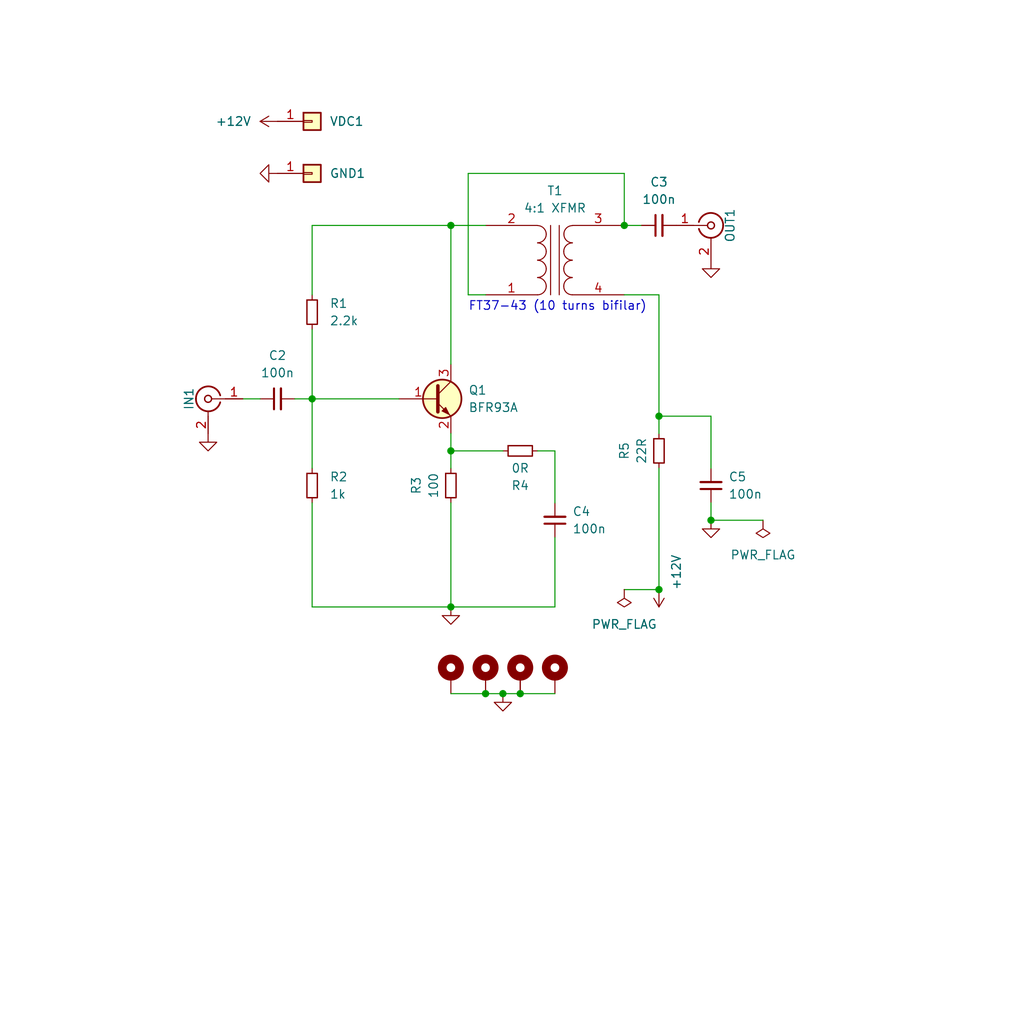
<source format=kicad_sch>
(kicad_sch (version 20230121) (generator eeschema)
  (paper "User" 150.012 150.012)
  (title_block (title "HF Pre-Amp v2") (date "2023-08-29") (company "Dhiru Kholia (VU3CER)"))
  (lib_symbols
    (symbol "Connector:Conn_Coaxial" (pin_names (offset 1.016) hide)
      (property "Reference" "J" (at 0.254 3.048 0))
      (property "Value" "Conn_Coaxial" (at 2.921 0 90))
      (symbol "Conn_Coaxial_0_1"
        (arc (start -1.778 -0.508) (mid 0.2311 -1.8066) (end 1.778 0) (stroke (width 0.254)))
        (polyline (pts (xy -2.54 0) (xy -0.508 0)))
        (polyline (pts (xy 0 -2.54) (xy 0 -1.778)))
        (circle (center 0 0) (radius 0.508) (stroke (width 0.2032)))
        (arc (start 1.778 0) (mid 0.2099 1.8101) (end -1.778 0.508) (stroke (width 0.254)))
      )
      (symbol "Conn_Coaxial_1_1"
        (pin passive line (at -5.08 0 0) (length 2.54) (name "In") (number "1"))
        (pin passive line (at 0 -5.08 90) (length 2.54) (name "Ext") (number "2"))
      )
    )
    (symbol "Connector_Generic:Conn_01x01" (pin_names (offset 1.016) hide)
      (property "Reference" "J" (at 0 2.54 0))
      (property "Value" "Conn_01x01" (at 0 -2.54 0))
      (symbol "Conn_01x01_1_1"
        (rectangle (start -1.27 0.127) (end 0 -0.127) (stroke (width 0.1524)))
        (rectangle (start -1.27 1.27) (end 1.27 -1.27) (stroke (width 0.254)) (fill (type background)))
        (pin passive line (at -5.08 0 0) (length 3.81) (name "Pin_1") (number "1"))
      )
    )
    (symbol "Device:C_Small" (pin_numbers hide) (pin_names (offset 0.254) hide)
      (property "Reference" "C" (at 0.254 1.778 0))
      (property "Value" "C_Small" (at 0.254 -2.032 0))
      (symbol "C_Small_0_1"
        (polyline (pts (xy -1.524 -0.508) (xy 1.524 -0.508)) (stroke (width 0.3302)))
        (polyline (pts (xy -1.524 0.508) (xy 1.524 0.508)) (stroke (width 0.3048)))
      )
      (symbol "C_Small_1_1"
        (pin passive line (at 0 2.54 270) (length 2.032) (name "~") (number "1"))
        (pin passive line (at 0 -2.54 90) (length 2.032) (name "~") (number "2"))
      )
    )
    (symbol "Device:R_Small" (pin_numbers hide) (pin_names (offset 0.254) hide)
      (property "Reference" "R" (at 0.762 0.508 0))
      (property "Value" "R_Small" (at 0.762 -1.016 0))
      (symbol "R_Small_0_1"
        (rectangle (start -0.762 1.778) (end 0.762 -1.778) (stroke (width 0.2032)))
      )
      (symbol "R_Small_1_1"
        (pin passive line (at 0 2.54 270) (length 0.762) (name "~") (number "1"))
        (pin passive line (at 0 -2.54 90) (length 0.762) (name "~") (number "2"))
      )
    )
    (symbol "Device:Transformer_1P_1S" (pin_names (offset 1.016) hide)
      (property "Reference" "T" (at 0 6.35 0))
      (property "Value" "Transformer_1P_1S" (at 0 -7.62 0))
      (symbol "Transformer_1P_1S_0_1"
        (arc (start -2.54 -5.0546) (mid -1.6599 -4.6901) (end -1.27 -3.81))
        (arc (start -2.54 -2.5146) (mid -1.6599 -2.1501) (end -1.27 -1.27))
        (arc (start -2.54 0.0254) (mid -1.6599 0.3899) (end -1.27 1.27))
        (arc (start -2.54 2.5654) (mid -1.6599 2.9299) (end -1.27 3.81))
        (arc (start -1.27 -3.81) (mid -1.642 -2.912) (end -2.54 -2.54))
        (arc (start -1.27 -1.27) (mid -1.642 -0.372) (end -2.54 0))
        (arc (start -1.27 1.27) (mid -1.642 2.168) (end -2.54 2.54))
        (arc (start -1.27 3.81) (mid -1.642 4.708) (end -2.54 5.08))
        (polyline (pts (xy -0.635 5.08) (xy -0.635 -5.08)))
        (polyline (pts (xy 0.635 -5.08) (xy 0.635 5.08)))
        (arc (start 1.2954 -1.27) (mid 1.6599 -2.1501) (end 2.54 -2.5146))
        (arc (start 1.2954 1.27) (mid 1.6599 0.3899) (end 2.54 0.0254))
        (arc (start 1.2954 3.81) (mid 1.6599 2.9299) (end 2.54 2.5654))
        (arc (start 1.3208 -3.81) (mid 1.6853 -4.6901) (end 2.5654 -5.0546))
        (arc (start 2.54 0) (mid 1.642 -0.372) (end 1.2954 -1.27))
        (arc (start 2.54 2.54) (mid 1.642 2.168) (end 1.2954 1.27))
        (arc (start 2.54 5.08) (mid 1.642 4.708) (end 1.2954 3.81))
        (arc (start 2.5654 -2.54) (mid 1.6674 -2.912) (end 1.3208 -3.81))
      )
      (symbol "Transformer_1P_1S_1_1"
        (pin passive line (at -10.16 5.08 0) (length 7.62) (name "AA") (number "1"))
        (pin passive line (at -10.16 -5.08 0) (length 7.62) (name "AB") (number "2"))
        (pin passive line (at 10.16 -5.08 180) (length 7.62) (name "SA") (number "3"))
        (pin passive line (at 10.16 5.08 180) (length 7.62) (name "SB") (number "4"))
      )
    )
    (symbol "Mechanical:MountingHole_Pad" (pin_numbers hide) (pin_names (offset 1.016) hide)
      (property "Reference" "H" (at 0 6.35 0))
      (property "Value" "MountingHole_Pad" (at 0 4.445 0))
      (symbol "MountingHole_Pad_0_1"
        (circle (center 0 1.27) (radius 1.27) (stroke (width 1.27)))
      )
      (symbol "MountingHole_Pad_1_1"
        (pin input line (at 0 -2.54 90) (length 2.54) (name "1") (number "1"))
      )
    )
    (symbol "PCM_4ms_Power-symbol:PWR_FLAG" (power) (pin_numbers hide) (pin_names (offset 0) hide)
      (property "Value" "PWR_FLAG" (at 0 3.81 0))
      (symbol "PWR_FLAG_0_0"
        (pin power_out line (at 0 0 90) (length 0) (name "pwr") (number "1"))
      )
      (symbol "PWR_FLAG_0_1"
        (polyline (pts (xy 0 0) (xy 0 1.27) (xy -1.016 1.905) (xy 0 2.54) (xy 1.016 1.905) (xy 0 1.27)))
      )
    )
    (symbol "PCM_Transistor_BJT_AKL:BFR93P" (pin_names hide)
      (property "Reference" "Q" (at 5.08 1.27 0))
      (property "Value" "BFR93P" (at 5.08 -1.27 0))
      (symbol "BFR93P_0_1"
        (polyline (pts (xy 0.635 0.635) (xy 2.54 2.54)))
        (polyline (pts (xy 0.635 -0.635) (xy 2.54 -2.54) (xy 2.54 -2.54)))
        (polyline (pts (xy 0.635 1.905) (xy 0.635 -1.905) (xy 0.635 -1.905)) (stroke (width 0.508)))
        (polyline (pts (xy 1.27 -1.778) (xy 1.778 -1.27) (xy 2.286 -2.286) (xy 1.27 -1.778) (xy 1.27 -1.778)) (fill (type outline)))
        (circle (center 1.27 0) (radius 2.8194) (stroke (width 0.254)) (fill (type background)))
      )
      (symbol "BFR93P_1_1"
        (pin input line (at -5.08 0 0) (length 5.715) (name "B") (number "1"))
        (pin passive line (at 2.54 -5.08 90) (length 2.54) (name "E") (number "2"))
        (pin passive line (at 2.54 5.08 270) (length 2.54) (name "C") (number "3"))
      )
    )
    (symbol "power:+12V" (power) (pin_names (offset 0))
      (property "Value" "+12V" (at 0 3.556 0))
      (symbol "+12V_0_1"
        (polyline (pts (xy -0.762 1.27) (xy 0 2.54)))
        (polyline (pts (xy 0 0) (xy 0 2.54)))
        (polyline (pts (xy 0 2.54) (xy 0.762 1.27)))
      )
      (symbol "+12V_1_1"
        (pin power_in line (at 0 0 90) (length 0) hide (name "+12V") (number "1"))
      )
    )
    (symbol "power:GND" (power) (pin_names (offset 0))
      (property "Value" "GND" (at 0 -3.81 0))
      (symbol "GND_0_1"
        (polyline (pts (xy 0 0) (xy 0 -1.27) (xy 1.27 -1.27) (xy 0 -2.54) (xy -1.27 -1.27) (xy 0 -1.27)))
      )
      (symbol "GND_1_1"
        (pin power_in line (at 0 0 270) (length 0) hide (name "GND") (number "1"))
      )
    )
  )
  (junction (at 66.04 66.04))
  (junction (at 66.04 33.02))
  (junction (at 104.14 76.2))
  (junction (at 91.44 33.02))
  (junction (at 96.52 60.96))
  (junction (at 76.2 101.6))
  (junction (at 66.04 88.9))
  (junction (at 96.52 86.36))
  (junction (at 73.66 101.6))
  (junction (at 71.12 101.6))
  (junction (at 45.72 58.42))
  (wire (pts (xy 66.04 66.04) (xy 73.66 66.04)))
  (wire (pts (xy 45.72 48.26) (xy 45.72 58.42)))
  (wire (pts (xy 104.14 73.66) (xy 104.14 76.2)))
  (wire (pts (xy 91.44 25.4) (xy 91.44 33.02)))
  (wire (pts (xy 91.44 86.36) (xy 96.52 86.36)))
  (wire (pts (xy 104.14 60.96) (xy 104.14 68.58)))
  (wire (pts (xy 96.52 60.96) (xy 104.14 60.96)))
  (wire (pts (xy 96.52 43.18) (xy 96.52 60.96)))
  (wire (pts (xy 71.12 101.6) (xy 73.66 101.6)))
  (wire (pts (xy 45.72 88.9) (xy 66.04 88.9)))
  (wire (pts (xy 81.28 88.9) (xy 81.28 78.74)))
  (wire (pts (xy 96.52 68.58) (xy 96.52 86.36)))
  (wire (pts (xy 78.74 66.04) (xy 81.28 66.04)))
  (wire (pts (xy 71.12 43.18) (xy 68.58 43.18)))
  (wire (pts (xy 96.52 60.96) (xy 96.52 63.5)))
  (wire (pts (xy 45.72 33.02) (xy 45.72 43.18)))
  (wire (pts (xy 68.58 25.4) (xy 91.44 25.4)))
  (wire (pts (xy 35.56 58.42) (xy 38.1 58.42)))
  (wire (pts (xy 66.04 88.9) (xy 81.28 88.9)))
  (wire (pts (xy 66.04 73.66) (xy 66.04 88.9)))
  (wire (pts (xy 45.72 68.58) (xy 45.72 58.42)))
  (wire (pts (xy 66.04 101.6) (xy 71.12 101.6)))
  (wire (pts (xy 81.28 66.04) (xy 81.28 73.66)))
  (wire (pts (xy 66.04 63.5) (xy 66.04 66.04)))
  (wire (pts (xy 66.04 66.04) (xy 66.04 68.58)))
  (wire (pts (xy 68.58 25.4) (xy 68.58 43.18)))
  (wire (pts (xy 45.72 88.9) (xy 45.72 73.66)))
  (wire (pts (xy 104.14 76.2) (xy 111.76 76.2)))
  (wire (pts (xy 45.72 33.02) (xy 66.04 33.02)))
  (wire (pts (xy 91.44 43.18) (xy 96.52 43.18)))
  (wire (pts (xy 45.72 58.42) (xy 58.42 58.42)))
  (wire (pts (xy 66.04 33.02) (xy 71.12 33.02)))
  (wire (pts (xy 43.18 58.42) (xy 45.72 58.42)))
  (wire (pts (xy 76.2 101.6) (xy 81.28 101.6)))
  (wire (pts (xy 66.04 33.02) (xy 66.04 53.34)))
  (wire (pts (xy 73.66 101.6) (xy 76.2 101.6)))
  (wire (pts (xy 91.44 33.02) (xy 93.98 33.02)))
  (text "FT37-43 (10 turns bifilar)" (at 68.58 45.72 0) (effects (font (size 1.27 1.27)) (justify left bottom)))
  (symbol (lib_id "power:GND") (at 40.64 25.4 270) (unit 1)
    (property "Reference" "#PWR07" (effects hide))
    (property "Value" "GND" (effects hide))
  )
  (symbol (lib_id "Device:R_Small") (at 76.2 66.04 270) (unit 1)
    (property "Reference" "R4" (at 76.2 71.12 90))
    (property "Value" "0R" (at 76.2 68.58 90))
    (property "Footprint" "Resistor_SMD:R_1206_3216Metric_Pad1.30x1.75mm_HandSolder" (effects hide))
  )
  (symbol (lib_id "Mechanical:MountingHole_Pad") (at 71.12 99.06 0) (unit 1)
    (property "Reference" "H2" (effects hide))
    (property "Value" "MountingHole_Pad" (effects hide))
    (property "Footprint" "MountingHole:MountingHole_2.2mm_M2_Pad_Via" (effects hide))
  )
  (symbol (lib_id "Device:C_Small") (at 96.52 33.02 90) (unit 1)
    (property "Reference" "C3" (at 96.5263 26.67 90))
    (property "Value" "100n" (at 96.5263 29.21 90))
    (property "Footprint" "Capacitor_SMD:C_1206_3216Metric_Pad1.33x1.80mm_HandSolder" (effects hide))
  )
  (symbol (lib_id "Connector:Conn_Coaxial") (at 30.48 58.42 0) (mirror y) (unit 1)
    (property "Reference" "IN1" (at 27.686 58.42 90))
    (property "Value" "SMA" (effects hide))
    (property "Footprint" "footprints:SMA_EDGELAUNCH_Modded" (effects hide))
    (property "Datasheet" " ~" (effects hide))
  )
  (symbol (lib_id "PCM_Transistor_BJT_AKL:BFR93P") (at 63.5 58.42 0) (unit 1)
    (property "Reference" "Q1" (at 68.58 57.15 0) (effects (justify left)))
    (property "Value" "BFR93A" (at 68.58 59.69 0) (effects (justify left)))
    (property "Footprint" "PCM_Package_TO_SOT_SMD_AKL:SOT-23_Handsoldering" (effects hide))
    (property "Datasheet" "https://www.tme.eu/Document/f295ae6a1988fc4b0ee7dba48b94a4bd/BFR93AE6327-dte.pdf" (effects hide))
  )
  (symbol (lib_id "Mechanical:MountingHole_Pad") (at 81.28 99.06 0) (unit 1)
    (property "Reference" "H4" (effects hide))
    (property "Value" "MountingHole_Pad" (effects hide))
    (property "Footprint" "MountingHole:MountingHole_2.2mm_M2_Pad_Via" (effects hide))
  )
  (symbol (lib_id "power:GND") (at 104.14 76.2 0) (unit 1)
    (property "Reference" "#PWR04" (effects hide))
    (property "Value" "GND" (effects hide))
  )
  (symbol (lib_id "Device:C_Small") (at 40.64 58.42 90) (unit 1)
    (property "Reference" "C2" (at 40.6463 52.07 90))
    (property "Value" "100n" (at 40.6463 54.61 90))
    (property "Footprint" "Capacitor_SMD:C_1206_3216Metric_Pad1.33x1.80mm_HandSolder" (effects hide))
  )
  (symbol (lib_id "power:GND") (at 66.04 88.9 0) (unit 1)
    (property "Reference" "#PWR01" (effects hide))
    (property "Value" "GND" (effects hide))
  )
  (symbol (lib_id "power:+12V") (at 96.52 86.36 180) (unit 1)
    (property "Reference" "#PWR05" (effects hide))
    (property "Value" "+12V" (at 99.06 83.82 90))
  )
  (symbol (lib_id "PCM_4ms_Power-symbol:PWR_FLAG") (at 111.76 76.2 180) (unit 1)
    (property "Reference" "#FLG01" (effects hide))
    (property "Value" "PWR_FLAG" (at 111.76 81.28 0))
  )
  (symbol (lib_id "Mechanical:MountingHole_Pad") (at 66.04 99.06 0) (unit 1)
    (property "Reference" "H1" (effects hide))
    (property "Value" "MountingHole_Pad" (effects hide))
    (property "Footprint" "MountingHole:MountingHole_2.2mm_M2_Pad_Via" (effects hide))
  )
  (symbol (lib_id "Device:R_Small") (at 45.72 45.72 0) (unit 1)
    (property "Reference" "R1" (at 48.26 44.45 0) (effects (justify left)))
    (property "Value" "2.2k" (at 48.26 46.99 0) (effects (justify left)))
    (property "Footprint" "Resistor_SMD:R_1206_3216Metric_Pad1.30x1.75mm_HandSolder" (effects hide))
  )
  (symbol (lib_id "power:GND") (at 104.14 38.1 0) (mirror y) (unit 1)
    (property "Reference" "#PWR03" (effects hide))
    (property "Value" "GND" (effects hide))
  )
  (symbol (lib_id "Mechanical:MountingHole_Pad") (at 76.2 99.06 0) (unit 1)
    (property "Reference" "H3" (effects hide))
    (property "Value" "MountingHole_Pad" (effects hide))
    (property "Footprint" "MountingHole:MountingHole_2.2mm_M2_Pad_Via" (effects hide))
  )
  (symbol (lib_id "power:+12V") (at 40.64 17.78 90) (unit 1)
    (property "Reference" "#PWR06" (effects hide))
    (property "Value" "+12V" (at 36.83 17.78 90) (effects (justify left)))
  )
  (symbol (lib_id "Device:C_Small") (at 81.28 76.2 180) (unit 1)
    (property "Reference" "C4" (at 83.82 74.9236 0) (effects (justify right)))
    (property "Value" "100n" (at 83.82 77.4636 0) (effects (justify right)))
    (property "Footprint" "Capacitor_SMD:C_1206_3216Metric_Pad1.33x1.80mm_HandSolder" (effects hide))
  )
  (symbol (lib_id "Device:R_Small") (at 66.04 71.12 180) (unit 1)
    (property "Reference" "R3" (at 60.96 71.12 90))
    (property "Value" "100" (at 63.5 71.12 90))
    (property "Footprint" "Resistor_SMD:R_1206_3216Metric_Pad1.30x1.75mm_HandSolder" (effects hide))
  )
  (symbol (lib_id "Device:R_Small") (at 45.72 71.12 0) (unit 1)
    (property "Reference" "R2" (at 48.26 69.85 0) (effects (justify left)))
    (property "Value" "1k" (at 48.26 72.39 0) (effects (justify left)))
    (property "Footprint" "Resistor_SMD:R_1206_3216Metric_Pad1.30x1.75mm_HandSolder" (effects hide))
  )
  (symbol (lib_id "Device:Transformer_1P_1S") (at 81.28 38.1 0) (mirror x) (unit 1)
    (property "Reference" "T1" (at 81.2927 27.94 0))
    (property "Value" "4:1 XFMR" (at 81.2927 30.48 0))
    (property "Footprint" "Transformer_THT:Transformer_Toroid_Horizontal_D10.5mm_Amidon-T37" (effects hide))
  )
  (symbol (lib_id "power:GND") (at 30.48 63.5 0) (unit 1)
    (property "Reference" "#PWR02" (effects hide))
    (property "Value" "GND" (effects hide))
  )
  (symbol (lib_id "Connector_Generic:Conn_01x01") (at 45.72 17.78 0) (unit 1)
    (property "Reference" "VDC1" (at 48.26 17.78 0) (effects (justify left)))
    (property "Value" "Conn_01x01" (effects hide))
    (property "Footprint" "TestPoint:TestPoint_Pad_3.0x3.0mm" (effects hide))
  )
  (symbol (lib_id "PCM_4ms_Power-symbol:PWR_FLAG") (at 91.44 86.36 180) (unit 1)
    (property "Reference" "#FLG02" (effects hide))
    (property "Value" "PWR_FLAG" (at 91.44 91.44 0))
  )
  (symbol (lib_id "power:GND") (at 73.66 101.6 0) (unit 1)
    (property "Reference" "#PWR016" (effects hide))
    (property "Value" "GND" (effects hide))
  )
  (symbol (lib_id "Connector_Generic:Conn_01x01") (at 45.72 25.4 0) (unit 1)
    (property "Reference" "GND1" (at 48.26 25.4 0) (effects (justify left)))
    (property "Value" "Conn_01x01" (effects hide))
    (property "Footprint" "TestPoint:TestPoint_Pad_3.0x3.0mm" (effects hide))
  )
  (symbol (lib_id "Connector:Conn_Coaxial") (at 104.14 33.02 0) (unit 1)
    (property "Reference" "OUT1" (at 106.934 33.02 90))
    (property "Value" "SMA" (effects hide))
    (property "Footprint" "footprints:SMA_EDGELAUNCH_Modded" (effects hide))
    (property "Datasheet" " ~" (effects hide))
  )
  (symbol (lib_id "Device:C_Small") (at 104.14 71.12 180) (unit 1)
    (property "Reference" "C5" (at 106.68 69.8436 0) (effects (justify right)))
    (property "Value" "100n" (at 106.68 72.3836 0) (effects (justify right)))
    (property "Footprint" "Capacitor_SMD:C_1206_3216Metric_Pad1.33x1.80mm_HandSolder" (effects hide))
  )
  (symbol (lib_id "Device:R_Small") (at 96.52 66.04 180) (unit 1)
    (property "Reference" "R5" (at 91.44 66.04 90))
    (property "Value" "22R" (at 93.98 66.04 90))
    (property "Footprint" "Resistor_SMD:R_1206_3216Metric_Pad1.30x1.75mm_HandSolder" (effects hide))
  )
)
</source>
